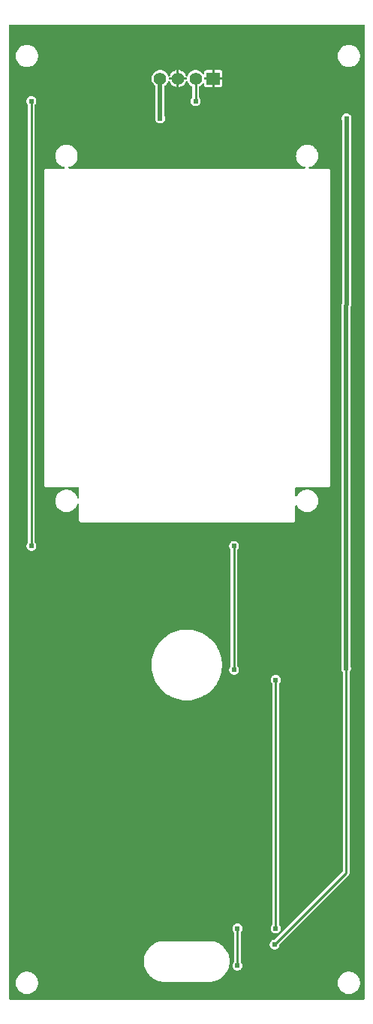
<source format=gbl>
G04 Layer: BottomLayer*
G04 EasyEDA v6.5.29, 2023-07-18 11:35:47*
G04 afcbc65135b8487390061542234f1994,5a6b42c53f6a479593ecc07194224c93,10*
G04 Gerber Generator version 0.2*
G04 Scale: 100 percent, Rotated: No, Reflected: No *
G04 Dimensions in millimeters *
G04 leading zeros omitted , absolute positions ,4 integer and 5 decimal *
%FSLAX45Y45*%
%MOMM*%

%AMMACRO1*21,1,$1,$2,0,0,$3*%
%ADD10C,0.2540*%
%ADD11C,0.5000*%
%ADD12C,1.4000*%
%ADD13MACRO1,1.524X1.4X0.0000*%
%ADD14C,0.6096*%
%ADD15C,0.0126*%

%LPD*%
G36*
X-2930906Y-3622344D02*
G01*
X-2934817Y-3621582D01*
X-2938068Y-3619347D01*
X-2940304Y-3616096D01*
X-2941066Y-3612184D01*
X-2941066Y7364679D01*
X-2940304Y7368590D01*
X-2938068Y7371842D01*
X-2934817Y7374077D01*
X-2930906Y7374839D01*
X1060958Y7374839D01*
X1064869Y7374077D01*
X1068120Y7371842D01*
X1070356Y7368590D01*
X1071067Y7364679D01*
X1071067Y-3612184D01*
X1070356Y-3616096D01*
X1068120Y-3619347D01*
X1064869Y-3621582D01*
X1060958Y-3622344D01*
G37*

%LPC*%
G36*
X-2738374Y6893864D02*
G01*
X-2723184Y6894779D01*
X-2708249Y6897522D01*
X-2693720Y6902043D01*
X-2679852Y6908292D01*
X-2666847Y6916166D01*
X-2654909Y6925513D01*
X-2644140Y6936282D01*
X-2634792Y6948220D01*
X-2626918Y6961225D01*
X-2620670Y6975094D01*
X-2616149Y6989622D01*
X-2613406Y7004558D01*
X-2612491Y7019747D01*
X-2613406Y7034936D01*
X-2616149Y7049871D01*
X-2620670Y7064400D01*
X-2626918Y7078268D01*
X-2634792Y7091273D01*
X-2644140Y7103211D01*
X-2654909Y7113981D01*
X-2666847Y7123328D01*
X-2679852Y7131202D01*
X-2693720Y7137450D01*
X-2708249Y7141972D01*
X-2723184Y7144715D01*
X-2738374Y7145629D01*
X-2753563Y7144715D01*
X-2768498Y7141972D01*
X-2783027Y7137450D01*
X-2796895Y7131202D01*
X-2809900Y7123328D01*
X-2821838Y7113981D01*
X-2832608Y7103211D01*
X-2841955Y7091273D01*
X-2849829Y7078268D01*
X-2856077Y7064400D01*
X-2860598Y7049871D01*
X-2863342Y7034936D01*
X-2864256Y7019747D01*
X-2863342Y7004558D01*
X-2860598Y6989622D01*
X-2856077Y6975094D01*
X-2849829Y6961225D01*
X-2841955Y6948220D01*
X-2832608Y6936282D01*
X-2821838Y6925513D01*
X-2809900Y6916166D01*
X-2796895Y6908292D01*
X-2783027Y6902043D01*
X-2768498Y6897522D01*
X-2753563Y6894779D01*
G37*
G36*
X-2738374Y-3558235D02*
G01*
X-2723184Y-3557320D01*
X-2708249Y-3554577D01*
X-2693720Y-3550056D01*
X-2679852Y-3543808D01*
X-2666847Y-3535934D01*
X-2654909Y-3526586D01*
X-2644140Y-3515817D01*
X-2634792Y-3503879D01*
X-2626918Y-3490874D01*
X-2620670Y-3477006D01*
X-2616149Y-3462477D01*
X-2613406Y-3447542D01*
X-2612491Y-3432352D01*
X-2613406Y-3417163D01*
X-2616149Y-3402228D01*
X-2620670Y-3387699D01*
X-2626918Y-3373831D01*
X-2634792Y-3360826D01*
X-2644140Y-3348888D01*
X-2654909Y-3338118D01*
X-2666847Y-3328771D01*
X-2679852Y-3320897D01*
X-2693720Y-3314649D01*
X-2708249Y-3310128D01*
X-2723184Y-3307384D01*
X-2738374Y-3306470D01*
X-2753563Y-3307384D01*
X-2768498Y-3310128D01*
X-2783027Y-3314649D01*
X-2796895Y-3320897D01*
X-2809900Y-3328771D01*
X-2821838Y-3338118D01*
X-2832608Y-3348888D01*
X-2841955Y-3360826D01*
X-2849829Y-3373831D01*
X-2856077Y-3387699D01*
X-2860598Y-3402228D01*
X-2863342Y-3417163D01*
X-2864256Y-3432352D01*
X-2863342Y-3447542D01*
X-2860598Y-3462477D01*
X-2856077Y-3477006D01*
X-2849829Y-3490874D01*
X-2841955Y-3503879D01*
X-2832608Y-3515817D01*
X-2821838Y-3526586D01*
X-2809900Y-3535934D01*
X-2796895Y-3543808D01*
X-2783027Y-3550056D01*
X-2768498Y-3554577D01*
X-2753563Y-3557320D01*
G37*
G36*
X-1188770Y-3420160D02*
G01*
X-681177Y-3420160D01*
X-660450Y-3419246D01*
X-640130Y-3416452D01*
X-620064Y-3411880D01*
X-600456Y-3405530D01*
X-581558Y-3397453D01*
X-563473Y-3387699D01*
X-546354Y-3376422D01*
X-530250Y-3363569D01*
X-515366Y-3349396D01*
X-501904Y-3333902D01*
X-489762Y-3317240D01*
X-479247Y-3299612D01*
X-470306Y-3281070D01*
X-463092Y-3261867D01*
X-457606Y-3242056D01*
X-453948Y-3221786D01*
X-452120Y-3201314D01*
X-452120Y-3180791D01*
X-453948Y-3160318D01*
X-457606Y-3140049D01*
X-463092Y-3120237D01*
X-470306Y-3101035D01*
X-479247Y-3082493D01*
X-489762Y-3064865D01*
X-501904Y-3048254D01*
X-515366Y-3032709D01*
X-530250Y-3018536D01*
X-546354Y-3005734D01*
X-563473Y-2994406D01*
X-581558Y-2984652D01*
X-600456Y-2976575D01*
X-620064Y-2970225D01*
X-640130Y-2965704D01*
X-660450Y-2962859D01*
X-681177Y-2961944D01*
X-1188770Y-2961944D01*
X-1209497Y-2962859D01*
X-1229868Y-2965704D01*
X-1249934Y-2970225D01*
X-1269492Y-2976575D01*
X-1288389Y-2984652D01*
X-1306474Y-2994406D01*
X-1323644Y-3005734D01*
X-1339697Y-3018536D01*
X-1354632Y-3032709D01*
X-1368094Y-3048254D01*
X-1380185Y-3064865D01*
X-1390700Y-3082493D01*
X-1399641Y-3101035D01*
X-1406906Y-3120237D01*
X-1412341Y-3140049D01*
X-1415999Y-3160318D01*
X-1417828Y-3180791D01*
X-1417828Y-3201314D01*
X-1415999Y-3221786D01*
X-1412341Y-3242056D01*
X-1406906Y-3261867D01*
X-1399641Y-3281070D01*
X-1390700Y-3299612D01*
X-1380185Y-3317240D01*
X-1368094Y-3333902D01*
X-1354632Y-3349396D01*
X-1339697Y-3363569D01*
X-1323644Y-3376422D01*
X-1306474Y-3387699D01*
X-1288389Y-3397453D01*
X-1269492Y-3405530D01*
X-1249934Y-3411880D01*
X-1229868Y-3416452D01*
X-1209497Y-3419246D01*
G37*
G36*
X-363474Y-3294887D02*
G01*
X-353669Y-3294024D01*
X-344220Y-3291484D01*
X-335330Y-3287369D01*
X-327253Y-3281730D01*
X-320294Y-3274771D01*
X-314706Y-3266744D01*
X-310540Y-3257803D01*
X-308000Y-3248355D01*
X-307136Y-3238550D01*
X-308000Y-3228746D01*
X-310540Y-3219297D01*
X-314706Y-3210407D01*
X-320294Y-3202330D01*
X-321868Y-3200755D01*
X-324104Y-3197453D01*
X-324866Y-3193542D01*
X-324866Y-2864358D01*
X-324104Y-2860446D01*
X-321868Y-2857246D01*
X-320294Y-2855569D01*
X-314706Y-2847543D01*
X-310540Y-2838704D01*
X-308000Y-2829153D01*
X-307136Y-2819349D01*
X-308000Y-2809595D01*
X-310540Y-2800096D01*
X-314706Y-2791206D01*
X-320294Y-2783128D01*
X-327253Y-2776220D01*
X-335330Y-2770581D01*
X-344220Y-2766415D01*
X-353669Y-2763875D01*
X-363474Y-2763012D01*
X-373329Y-2763875D01*
X-382727Y-2766415D01*
X-391668Y-2770581D01*
X-399745Y-2776220D01*
X-406654Y-2783128D01*
X-412292Y-2791206D01*
X-416407Y-2800096D01*
X-418947Y-2809595D01*
X-419811Y-2819349D01*
X-418947Y-2829153D01*
X-416407Y-2838704D01*
X-412292Y-2847543D01*
X-406654Y-2855569D01*
X-405079Y-2857246D01*
X-402844Y-2860446D01*
X-402132Y-2864358D01*
X-402132Y-3193542D01*
X-402844Y-3197453D01*
X-405079Y-3200755D01*
X-406654Y-3202330D01*
X-412292Y-3210407D01*
X-416407Y-3219297D01*
X-418947Y-3228746D01*
X-419811Y-3238550D01*
X-418947Y-3248355D01*
X-416407Y-3257803D01*
X-412292Y-3266744D01*
X-406654Y-3274771D01*
X-399745Y-3281730D01*
X-391668Y-3287369D01*
X-382727Y-3291484D01*
X-373329Y-3294024D01*
G37*
G36*
X55626Y-3056890D02*
G01*
X65430Y-3056026D01*
X74879Y-3053486D01*
X83769Y-3049371D01*
X91846Y-3043732D01*
X98806Y-3036773D01*
X104394Y-3028746D01*
X108559Y-3019806D01*
X111099Y-3010357D01*
X111810Y-3002330D01*
X112674Y-2998927D01*
X114757Y-2996031D01*
X890574Y-2220214D01*
X895654Y-2213965D01*
X899261Y-2207310D01*
X901446Y-2200097D01*
X902258Y-2192070D01*
X902258Y69342D01*
X903020Y73202D01*
X905205Y76454D01*
X906780Y78079D01*
X912418Y86156D01*
X916584Y94996D01*
X919124Y104546D01*
X919987Y114300D01*
X919124Y124104D01*
X916584Y133604D01*
X915466Y135940D01*
X914552Y140208D01*
X914552Y4189780D01*
X915466Y4194048D01*
X917600Y4199890D01*
X918565Y4204208D01*
X919124Y4208627D01*
X919327Y4213250D01*
X919327Y6290513D01*
X920292Y6294831D01*
X921359Y6297168D01*
X923899Y6306616D01*
X924763Y6316421D01*
X923899Y6326225D01*
X921359Y6335674D01*
X917194Y6344615D01*
X911606Y6352641D01*
X904646Y6359601D01*
X896569Y6365240D01*
X887679Y6369304D01*
X878230Y6371894D01*
X868426Y6372707D01*
X858570Y6371894D01*
X849172Y6369304D01*
X840232Y6365240D01*
X832154Y6359601D01*
X825246Y6352641D01*
X819607Y6344615D01*
X815492Y6335674D01*
X812952Y6326225D01*
X812088Y6316421D01*
X812952Y6306616D01*
X815492Y6297168D01*
X816508Y6294831D01*
X817524Y6290513D01*
X817524Y4231538D01*
X816508Y4227220D01*
X814476Y4221429D01*
X813511Y4217060D01*
X812901Y4212691D01*
X812647Y4208018D01*
X812647Y140208D01*
X811784Y135940D01*
X810615Y133604D01*
X808126Y124104D01*
X807212Y114300D01*
X808126Y104546D01*
X810615Y94996D01*
X814832Y86156D01*
X820470Y78079D01*
X822045Y76454D01*
X824230Y73202D01*
X825042Y69342D01*
X825042Y-2172360D01*
X824230Y-2176221D01*
X822045Y-2179523D01*
X60147Y-2941421D01*
X57251Y-2943453D01*
X53848Y-2944368D01*
X45770Y-2945079D01*
X36372Y-2947619D01*
X27432Y-2951734D01*
X19354Y-2957372D01*
X12446Y-2964332D01*
X6807Y-2972358D01*
X2692Y-2981299D01*
X152Y-2990748D01*
X-711Y-3000552D01*
X152Y-3010357D01*
X2692Y-3019806D01*
X6807Y-3028746D01*
X12446Y-3036773D01*
X19354Y-3043732D01*
X27432Y-3049371D01*
X36372Y-3053486D01*
X45770Y-3056026D01*
G37*
G36*
X68326Y-2875788D02*
G01*
X78130Y-2874924D01*
X87579Y-2872384D01*
X96469Y-2868269D01*
X104546Y-2862630D01*
X111506Y-2855671D01*
X117094Y-2847644D01*
X121259Y-2838704D01*
X123799Y-2829255D01*
X124663Y-2819450D01*
X123799Y-2809646D01*
X121259Y-2800197D01*
X117094Y-2791307D01*
X111506Y-2783230D01*
X109931Y-2781655D01*
X107696Y-2778353D01*
X106933Y-2774442D01*
X106933Y-61061D01*
X107696Y-57150D01*
X109931Y-53848D01*
X111506Y-52273D01*
X117094Y-44246D01*
X121259Y-35306D01*
X123799Y-25857D01*
X124663Y-16052D01*
X123799Y-6248D01*
X121259Y3200D01*
X117094Y12141D01*
X111506Y20167D01*
X104546Y27127D01*
X96469Y32766D01*
X87579Y36880D01*
X78130Y39420D01*
X68326Y40284D01*
X58470Y39420D01*
X49072Y36880D01*
X40132Y32766D01*
X32054Y27127D01*
X25146Y20167D01*
X19507Y12141D01*
X15392Y3200D01*
X12852Y-6248D01*
X11988Y-16052D01*
X12852Y-25857D01*
X15392Y-35306D01*
X19507Y-44246D01*
X25146Y-52273D01*
X26720Y-53848D01*
X28956Y-57150D01*
X29667Y-61061D01*
X29667Y-2774442D01*
X28956Y-2778353D01*
X26720Y-2781655D01*
X25146Y-2783230D01*
X19507Y-2791307D01*
X15392Y-2800197D01*
X12852Y-2809646D01*
X11988Y-2819450D01*
X12852Y-2829255D01*
X15392Y-2838704D01*
X19507Y-2847644D01*
X25146Y-2855671D01*
X32054Y-2862630D01*
X40132Y-2868269D01*
X49072Y-2872384D01*
X58470Y-2874924D01*
G37*
G36*
X-948842Y-246024D02*
G01*
X-921054Y-246024D01*
X-893267Y-244094D01*
X-865784Y-240233D01*
X-838504Y-234442D01*
X-811784Y-226771D01*
X-785622Y-217220D01*
X-760222Y-205943D01*
X-735634Y-192887D01*
X-712063Y-178104D01*
X-689559Y-161747D01*
X-668223Y-143865D01*
X-648208Y-124561D01*
X-629615Y-103885D01*
X-612444Y-81940D01*
X-596900Y-58877D01*
X-582980Y-34798D01*
X-570788Y-9804D01*
X-560425Y16002D01*
X-551789Y42468D01*
X-545033Y69443D01*
X-540207Y96875D01*
X-537311Y124510D01*
X-536346Y152349D01*
X-537311Y180136D01*
X-540207Y207822D01*
X-545033Y235204D01*
X-551789Y262178D01*
X-560425Y288645D01*
X-570788Y314452D01*
X-582980Y339445D01*
X-596900Y363575D01*
X-612444Y386638D01*
X-629615Y408533D01*
X-648208Y429209D01*
X-668223Y448564D01*
X-689559Y466445D01*
X-712063Y482803D01*
X-735634Y497484D01*
X-760222Y510590D01*
X-785622Y521919D01*
X-811784Y531418D01*
X-838504Y539089D01*
X-865784Y544880D01*
X-893267Y548741D01*
X-921054Y550672D01*
X-948842Y550672D01*
X-976680Y548741D01*
X-1004163Y544880D01*
X-1031392Y539089D01*
X-1058113Y531418D01*
X-1084275Y521919D01*
X-1109675Y510590D01*
X-1134262Y497484D01*
X-1157884Y482803D01*
X-1180338Y466445D01*
X-1201674Y448564D01*
X-1221689Y429209D01*
X-1240332Y408533D01*
X-1257452Y386638D01*
X-1272997Y363575D01*
X-1286865Y339445D01*
X-1299057Y314452D01*
X-1309522Y288645D01*
X-1318107Y262178D01*
X-1324813Y235204D01*
X-1329639Y207822D01*
X-1332636Y180136D01*
X-1333550Y152349D01*
X-1332636Y124510D01*
X-1329639Y96875D01*
X-1324813Y69443D01*
X-1318107Y42468D01*
X-1309522Y16002D01*
X-1299057Y-9804D01*
X-1286865Y-34798D01*
X-1272997Y-58877D01*
X-1257452Y-81940D01*
X-1240332Y-103885D01*
X-1221689Y-124561D01*
X-1201674Y-143865D01*
X-1180338Y-161747D01*
X-1157884Y-178104D01*
X-1134262Y-192887D01*
X-1109675Y-205943D01*
X-1084275Y-217220D01*
X-1058113Y-226771D01*
X-1031392Y-234442D01*
X-1004163Y-240233D01*
X-976680Y-244094D01*
G37*
G36*
X-401574Y41910D02*
G01*
X-391769Y42722D01*
X-382320Y45313D01*
X-373430Y49428D01*
X-365353Y55067D01*
X-358394Y62026D01*
X-352806Y70053D01*
X-348640Y78994D01*
X-346100Y88442D01*
X-345236Y98247D01*
X-346100Y108051D01*
X-348640Y117500D01*
X-352806Y126441D01*
X-358394Y134467D01*
X-359968Y136042D01*
X-362204Y139344D01*
X-362966Y143256D01*
X-362966Y1450238D01*
X-362204Y1454150D01*
X-359968Y1457452D01*
X-358394Y1459026D01*
X-352806Y1467053D01*
X-348640Y1475994D01*
X-346100Y1485442D01*
X-345236Y1495247D01*
X-346100Y1505051D01*
X-348640Y1514500D01*
X-352806Y1523441D01*
X-358394Y1531467D01*
X-365353Y1538427D01*
X-373430Y1544066D01*
X-382320Y1548180D01*
X-391769Y1550720D01*
X-401574Y1551584D01*
X-411429Y1550720D01*
X-420827Y1548180D01*
X-429768Y1544066D01*
X-437845Y1538427D01*
X-444754Y1531467D01*
X-450392Y1523441D01*
X-454507Y1514500D01*
X-457047Y1505051D01*
X-457911Y1495247D01*
X-457047Y1485442D01*
X-454507Y1475994D01*
X-450392Y1467053D01*
X-444754Y1459026D01*
X-443179Y1457452D01*
X-440943Y1454150D01*
X-440232Y1450238D01*
X-440232Y143256D01*
X-440943Y139344D01*
X-443179Y136042D01*
X-444754Y134467D01*
X-450392Y126441D01*
X-454507Y117500D01*
X-457047Y108051D01*
X-457911Y98247D01*
X-457047Y88442D01*
X-454507Y78994D01*
X-450392Y70053D01*
X-444754Y62026D01*
X-437845Y55067D01*
X-429768Y49428D01*
X-420827Y45313D01*
X-411429Y42722D01*
G37*
G36*
X-2687574Y1438910D02*
G01*
X-2677769Y1439722D01*
X-2668320Y1442313D01*
X-2659380Y1446428D01*
X-2651353Y1452067D01*
X-2644394Y1459026D01*
X-2638755Y1467053D01*
X-2634640Y1475994D01*
X-2632100Y1485442D01*
X-2631236Y1495247D01*
X-2632100Y1505051D01*
X-2634640Y1514500D01*
X-2638755Y1523441D01*
X-2644394Y1531467D01*
X-2645968Y1533042D01*
X-2648204Y1536344D01*
X-2648966Y1540256D01*
X-2648966Y6466738D01*
X-2648204Y6470650D01*
X-2645968Y6473952D01*
X-2644394Y6475526D01*
X-2638755Y6483553D01*
X-2634640Y6492494D01*
X-2632100Y6501942D01*
X-2631236Y6511747D01*
X-2632100Y6521551D01*
X-2634640Y6531000D01*
X-2638755Y6539941D01*
X-2644394Y6547967D01*
X-2651353Y6554927D01*
X-2659380Y6560566D01*
X-2668320Y6564680D01*
X-2677769Y6567220D01*
X-2687574Y6568084D01*
X-2697378Y6567220D01*
X-2706827Y6564680D01*
X-2715768Y6560566D01*
X-2723794Y6554927D01*
X-2730754Y6547967D01*
X-2736392Y6539941D01*
X-2740507Y6531000D01*
X-2743047Y6521551D01*
X-2743911Y6511747D01*
X-2743047Y6501942D01*
X-2740507Y6492494D01*
X-2736392Y6483553D01*
X-2730754Y6475526D01*
X-2729179Y6473952D01*
X-2726944Y6470650D01*
X-2726182Y6466738D01*
X-2726182Y1540256D01*
X-2726944Y1536344D01*
X-2729179Y1533042D01*
X-2730754Y1531467D01*
X-2736392Y1523441D01*
X-2740507Y1514500D01*
X-2743047Y1505051D01*
X-2743911Y1495247D01*
X-2743047Y1485442D01*
X-2740507Y1475994D01*
X-2736392Y1467053D01*
X-2730754Y1459026D01*
X-2723794Y1452067D01*
X-2715768Y1446428D01*
X-2706827Y1442313D01*
X-2697378Y1439722D01*
G37*
G36*
X-2123287Y1761439D02*
G01*
X263144Y1761439D01*
X269494Y1762150D01*
X274929Y1764080D01*
X279857Y1767128D01*
X283921Y1771243D01*
X286969Y1776120D01*
X288899Y1781606D01*
X289661Y1787906D01*
X289661Y1948129D01*
X290372Y1951989D01*
X292557Y1955241D01*
X295808Y1957476D01*
X299618Y1958289D01*
X303479Y1957578D01*
X306781Y1955495D01*
X309067Y1952294D01*
X312470Y1944725D01*
X320294Y1931720D01*
X329692Y1919782D01*
X340461Y1909013D01*
X352399Y1899666D01*
X365404Y1891792D01*
X379272Y1885543D01*
X393801Y1881022D01*
X408736Y1878279D01*
X423926Y1877364D01*
X439115Y1878279D01*
X454050Y1881022D01*
X468579Y1885543D01*
X482447Y1891792D01*
X495452Y1899666D01*
X507390Y1909013D01*
X518159Y1919782D01*
X527507Y1931720D01*
X535381Y1944725D01*
X541629Y1958593D01*
X546150Y1973122D01*
X548894Y1988057D01*
X549808Y2003247D01*
X548894Y2018436D01*
X546150Y2033371D01*
X541629Y2047900D01*
X535381Y2061768D01*
X527507Y2074773D01*
X518159Y2086711D01*
X507390Y2097481D01*
X495452Y2106828D01*
X482447Y2114702D01*
X468579Y2120950D01*
X454050Y2125472D01*
X439115Y2128215D01*
X423926Y2129129D01*
X408736Y2128215D01*
X393801Y2125472D01*
X379272Y2120950D01*
X365404Y2114702D01*
X352399Y2106828D01*
X340461Y2097481D01*
X329692Y2086711D01*
X320294Y2074773D01*
X312470Y2061768D01*
X309067Y2054199D01*
X306781Y2050999D01*
X303479Y2048865D01*
X299618Y2048205D01*
X295808Y2049018D01*
X292557Y2051253D01*
X290372Y2054504D01*
X289661Y2058365D01*
X289661Y2144979D01*
X290372Y2148890D01*
X292608Y2152142D01*
X295910Y2154377D01*
X299770Y2155139D01*
X656844Y2155139D01*
X663194Y2155850D01*
X668629Y2157780D01*
X673557Y2160828D01*
X677621Y2164943D01*
X680669Y2169820D01*
X682599Y2175306D01*
X683361Y2181606D01*
X683361Y5723788D01*
X682599Y5730087D01*
X680669Y5735574D01*
X677621Y5740450D01*
X673557Y5744565D01*
X668629Y5747613D01*
X663194Y5749544D01*
X656844Y5750255D01*
X452628Y5750255D01*
X448462Y5751169D01*
X445058Y5753658D01*
X442976Y5757367D01*
X442569Y5761634D01*
X443890Y5765647D01*
X446887Y5768797D01*
X450799Y5770422D01*
X454050Y5770930D01*
X468579Y5775502D01*
X482447Y5781751D01*
X495452Y5789625D01*
X507390Y5799023D01*
X518159Y5809742D01*
X527507Y5821730D01*
X535381Y5834735D01*
X541629Y5848604D01*
X546150Y5863082D01*
X548894Y5878068D01*
X549808Y5893206D01*
X548894Y5908395D01*
X546150Y5923330D01*
X541629Y5937859D01*
X535381Y5951728D01*
X527507Y5964732D01*
X518159Y5976721D01*
X507390Y5987440D01*
X495452Y5996838D01*
X482447Y6004712D01*
X468579Y6010960D01*
X454050Y6015482D01*
X439115Y6018225D01*
X423926Y6019139D01*
X408736Y6018225D01*
X393801Y6015482D01*
X379272Y6010960D01*
X365404Y6004712D01*
X352399Y5996838D01*
X340461Y5987440D01*
X329692Y5976721D01*
X320294Y5964732D01*
X312470Y5951728D01*
X306222Y5937859D01*
X301701Y5923330D01*
X298958Y5908395D01*
X298043Y5893206D01*
X298958Y5878068D01*
X301701Y5863082D01*
X306222Y5848604D01*
X312470Y5834735D01*
X320294Y5821730D01*
X329692Y5809742D01*
X340461Y5799023D01*
X352399Y5789625D01*
X365404Y5781751D01*
X379272Y5775502D01*
X393801Y5770930D01*
X397052Y5770422D01*
X400913Y5768797D01*
X403910Y5765647D01*
X405231Y5761634D01*
X404876Y5757367D01*
X402742Y5753658D01*
X399338Y5751169D01*
X395173Y5750255D01*
X-2262327Y5750255D01*
X-2266543Y5751169D01*
X-2269947Y5753658D01*
X-2272080Y5757367D01*
X-2272436Y5761634D01*
X-2271064Y5765647D01*
X-2268118Y5768797D01*
X-2264257Y5770422D01*
X-2260955Y5770930D01*
X-2246426Y5775502D01*
X-2232558Y5781751D01*
X-2219553Y5789625D01*
X-2207615Y5799023D01*
X-2196846Y5809742D01*
X-2187498Y5821730D01*
X-2179675Y5834735D01*
X-2173376Y5848604D01*
X-2168906Y5863082D01*
X-2166112Y5878068D01*
X-2165197Y5893206D01*
X-2166112Y5908395D01*
X-2168906Y5923330D01*
X-2173376Y5937859D01*
X-2179675Y5951728D01*
X-2187498Y5964732D01*
X-2196846Y5976721D01*
X-2207615Y5987440D01*
X-2219553Y5996838D01*
X-2232558Y6004712D01*
X-2246426Y6010960D01*
X-2260955Y6015482D01*
X-2275941Y6018225D01*
X-2291130Y6019139D01*
X-2306269Y6018225D01*
X-2321204Y6015482D01*
X-2335733Y6010960D01*
X-2349601Y6004712D01*
X-2362606Y5996838D01*
X-2374544Y5987440D01*
X-2385314Y5976721D01*
X-2394661Y5964732D01*
X-2402535Y5951728D01*
X-2408783Y5937859D01*
X-2413304Y5923330D01*
X-2416048Y5908395D01*
X-2416962Y5893206D01*
X-2416048Y5878068D01*
X-2413304Y5863082D01*
X-2408783Y5848604D01*
X-2402535Y5834735D01*
X-2394661Y5821730D01*
X-2385314Y5809742D01*
X-2374544Y5799023D01*
X-2362606Y5789625D01*
X-2349601Y5781751D01*
X-2335733Y5775502D01*
X-2321204Y5770930D01*
X-2317953Y5770422D01*
X-2314041Y5768797D01*
X-2311095Y5765647D01*
X-2309723Y5761634D01*
X-2310130Y5757367D01*
X-2312212Y5753658D01*
X-2315616Y5751169D01*
X-2319832Y5750255D01*
X-2516987Y5750255D01*
X-2523337Y5749544D01*
X-2528773Y5747613D01*
X-2533700Y5744565D01*
X-2537764Y5740450D01*
X-2540863Y5735574D01*
X-2542743Y5730087D01*
X-2543454Y5723788D01*
X-2543454Y2181606D01*
X-2542743Y2175306D01*
X-2540863Y2169820D01*
X-2537764Y2164943D01*
X-2533700Y2160828D01*
X-2528773Y2157780D01*
X-2523337Y2155850D01*
X-2516987Y2155139D01*
X-2159914Y2155139D01*
X-2156053Y2154377D01*
X-2152802Y2152142D01*
X-2150567Y2148890D01*
X-2149754Y2144979D01*
X-2149754Y2038959D01*
X-2150618Y2034946D01*
X-2152954Y2031542D01*
X-2156409Y2029409D01*
X-2160473Y2028799D01*
X-2164486Y2029815D01*
X-2167636Y2032254D01*
X-2169617Y2035911D01*
X-2173376Y2047900D01*
X-2179675Y2061768D01*
X-2187498Y2074773D01*
X-2196846Y2086711D01*
X-2207615Y2097481D01*
X-2219553Y2106828D01*
X-2232558Y2114702D01*
X-2246426Y2120950D01*
X-2260955Y2125472D01*
X-2275941Y2128215D01*
X-2291130Y2129129D01*
X-2306269Y2128215D01*
X-2321204Y2125472D01*
X-2335733Y2120950D01*
X-2349601Y2114702D01*
X-2362606Y2106828D01*
X-2374544Y2097481D01*
X-2385314Y2086711D01*
X-2394661Y2074773D01*
X-2402535Y2061768D01*
X-2408783Y2047900D01*
X-2413304Y2033371D01*
X-2416048Y2018436D01*
X-2416962Y2003247D01*
X-2416048Y1988057D01*
X-2413304Y1973122D01*
X-2408783Y1958593D01*
X-2402535Y1944725D01*
X-2394661Y1931720D01*
X-2385314Y1919782D01*
X-2374544Y1909013D01*
X-2362606Y1899666D01*
X-2349601Y1891792D01*
X-2335733Y1885543D01*
X-2321204Y1881022D01*
X-2306269Y1878279D01*
X-2291130Y1877364D01*
X-2275941Y1878279D01*
X-2260955Y1881022D01*
X-2246426Y1885543D01*
X-2232558Y1891792D01*
X-2219553Y1899666D01*
X-2207615Y1909013D01*
X-2196846Y1919782D01*
X-2187498Y1931720D01*
X-2179675Y1944725D01*
X-2173376Y1958593D01*
X-2169617Y1970582D01*
X-2167636Y1974189D01*
X-2164486Y1976678D01*
X-2160473Y1977694D01*
X-2156409Y1977034D01*
X-2152954Y1974951D01*
X-2150618Y1971548D01*
X-2149754Y1967534D01*
X-2149754Y1787906D01*
X-2149043Y1781606D01*
X-2147163Y1776120D01*
X-2144064Y1771243D01*
X-2140000Y1767128D01*
X-2135073Y1764080D01*
X-2129637Y1762150D01*
G37*
G36*
X893826Y6893864D02*
G01*
X909015Y6894779D01*
X923950Y6897522D01*
X938479Y6902043D01*
X952347Y6908292D01*
X965352Y6916166D01*
X977290Y6925513D01*
X988060Y6936282D01*
X997407Y6948220D01*
X1005281Y6961225D01*
X1011529Y6975094D01*
X1016050Y6989622D01*
X1018794Y7004558D01*
X1019708Y7019747D01*
X1018794Y7034936D01*
X1016050Y7049871D01*
X1011529Y7064400D01*
X1005281Y7078268D01*
X997407Y7091273D01*
X988060Y7103211D01*
X977290Y7113981D01*
X965352Y7123328D01*
X952347Y7131202D01*
X938479Y7137450D01*
X923950Y7141972D01*
X909015Y7144715D01*
X893826Y7145629D01*
X878636Y7144715D01*
X863701Y7141972D01*
X849172Y7137450D01*
X835304Y7131202D01*
X822299Y7123328D01*
X810361Y7113981D01*
X799592Y7103211D01*
X790194Y7091273D01*
X782370Y7078268D01*
X776122Y7064400D01*
X771601Y7049871D01*
X768858Y7034936D01*
X767943Y7019747D01*
X768858Y7004558D01*
X771601Y6989622D01*
X776122Y6975094D01*
X782370Y6961225D01*
X790194Y6948220D01*
X799592Y6936282D01*
X810361Y6925513D01*
X822299Y6916166D01*
X835304Y6908292D01*
X849172Y6902043D01*
X863701Y6897522D01*
X878636Y6894779D01*
G37*
G36*
X-622300Y6778447D02*
G01*
X-532841Y6778447D01*
X-532841Y6835190D01*
X-533654Y6841490D01*
X-535482Y6846976D01*
X-538581Y6851853D01*
X-542645Y6855968D01*
X-547573Y6859016D01*
X-553059Y6860946D01*
X-559409Y6861657D01*
X-622300Y6861657D01*
G37*
G36*
X-622300Y6669836D02*
G01*
X-559409Y6669836D01*
X-553059Y6670548D01*
X-547573Y6672478D01*
X-542645Y6675526D01*
X-538581Y6679641D01*
X-535482Y6684518D01*
X-533654Y6690004D01*
X-532841Y6696303D01*
X-532841Y6753047D01*
X-622300Y6753047D01*
G37*
G36*
X893826Y-3558235D02*
G01*
X909015Y-3557320D01*
X923950Y-3554577D01*
X938479Y-3550056D01*
X952347Y-3543808D01*
X965352Y-3535934D01*
X977290Y-3526586D01*
X988060Y-3515817D01*
X997407Y-3503879D01*
X1005281Y-3490874D01*
X1011529Y-3477006D01*
X1016050Y-3462477D01*
X1018794Y-3447542D01*
X1019708Y-3432352D01*
X1018794Y-3417163D01*
X1016050Y-3402228D01*
X1011529Y-3387699D01*
X1005281Y-3373831D01*
X997407Y-3360826D01*
X988060Y-3348888D01*
X977290Y-3338118D01*
X965352Y-3328771D01*
X952347Y-3320897D01*
X938479Y-3314649D01*
X923950Y-3310128D01*
X909015Y-3307384D01*
X893826Y-3306470D01*
X878636Y-3307384D01*
X863701Y-3310128D01*
X849172Y-3314649D01*
X835304Y-3320897D01*
X822299Y-3328771D01*
X810361Y-3338118D01*
X799592Y-3348888D01*
X790194Y-3360826D01*
X782370Y-3373831D01*
X776122Y-3387699D01*
X771601Y-3402228D01*
X768858Y-3417163D01*
X767943Y-3432352D01*
X768858Y-3447542D01*
X771601Y-3462477D01*
X776122Y-3477006D01*
X782370Y-3490874D01*
X790194Y-3503879D01*
X799592Y-3515817D01*
X810361Y-3526586D01*
X822299Y-3535934D01*
X835304Y-3543808D01*
X849172Y-3550056D01*
X863701Y-3554577D01*
X878636Y-3557320D01*
G37*
G36*
X-834948Y6455410D02*
G01*
X-825195Y6456273D01*
X-815695Y6458813D01*
X-806805Y6462928D01*
X-798779Y6468567D01*
X-791819Y6475526D01*
X-786180Y6483553D01*
X-782015Y6492494D01*
X-779475Y6501942D01*
X-778611Y6511747D01*
X-779475Y6521551D01*
X-782015Y6531000D01*
X-786180Y6539941D01*
X-791819Y6547967D01*
X-793445Y6549542D01*
X-795578Y6552844D01*
X-796391Y6556756D01*
X-796391Y6671564D01*
X-795832Y6674967D01*
X-794105Y6677964D01*
X-791514Y6680250D01*
X-779729Y6687413D01*
X-769518Y6695694D01*
X-760577Y6705244D01*
X-755548Y6712407D01*
X-752398Y6715252D01*
X-748436Y6716623D01*
X-744169Y6716217D01*
X-740460Y6714134D01*
X-737971Y6710680D01*
X-737057Y6706514D01*
X-737057Y6696303D01*
X-736346Y6690004D01*
X-734466Y6684518D01*
X-731418Y6679641D01*
X-727303Y6675526D01*
X-722376Y6672478D01*
X-716940Y6670548D01*
X-710590Y6669836D01*
X-647700Y6669836D01*
X-647700Y6753047D01*
X-729081Y6753047D01*
X-732993Y6753809D01*
X-736295Y6756044D01*
X-738479Y6759295D01*
X-739241Y6763207D01*
X-739241Y6768287D01*
X-738479Y6772198D01*
X-736295Y6775450D01*
X-732993Y6777685D01*
X-729081Y6778447D01*
X-647700Y6778447D01*
X-647700Y6861657D01*
X-710590Y6861657D01*
X-716940Y6860946D01*
X-722376Y6859016D01*
X-727303Y6855968D01*
X-731418Y6851853D01*
X-734466Y6846976D01*
X-736346Y6841490D01*
X-737057Y6835190D01*
X-737057Y6824980D01*
X-737971Y6820814D01*
X-740460Y6817359D01*
X-744169Y6815277D01*
X-748436Y6814870D01*
X-752398Y6816242D01*
X-755548Y6819087D01*
X-760577Y6826250D01*
X-769518Y6835800D01*
X-779729Y6844080D01*
X-790854Y6850888D01*
X-802843Y6856069D01*
X-815441Y6859625D01*
X-828446Y6861403D01*
X-841502Y6861403D01*
X-854557Y6859625D01*
X-867156Y6856069D01*
X-879094Y6850888D01*
X-890269Y6844080D01*
X-900480Y6835800D01*
X-909370Y6826250D01*
X-916889Y6815581D01*
X-922934Y6803948D01*
X-925423Y6796989D01*
X-927557Y6793433D01*
X-930910Y6791045D01*
X-934974Y6790232D01*
X-939037Y6791045D01*
X-942441Y6793433D01*
X-944524Y6796989D01*
X-947013Y6803948D01*
X-953109Y6815581D01*
X-960577Y6826250D01*
X-969518Y6835800D01*
X-979678Y6844080D01*
X-990853Y6850888D01*
X-1002842Y6856069D01*
X-1015441Y6859625D01*
X-1022248Y6860540D01*
X-1022248Y6778447D01*
X-940866Y6778447D01*
X-937006Y6777685D01*
X-933703Y6775450D01*
X-931468Y6772198D01*
X-930757Y6768287D01*
X-930757Y6763207D01*
X-931468Y6759295D01*
X-933703Y6756044D01*
X-937006Y6753809D01*
X-940866Y6753047D01*
X-1022248Y6753047D01*
X-1022248Y6670954D01*
X-1015441Y6671868D01*
X-1002842Y6675374D01*
X-990853Y6680606D01*
X-979678Y6687413D01*
X-969518Y6695694D01*
X-960577Y6705244D01*
X-953109Y6715912D01*
X-947013Y6727545D01*
X-944524Y6734505D01*
X-942441Y6738061D01*
X-939037Y6740448D01*
X-934974Y6741261D01*
X-930910Y6740448D01*
X-927557Y6738061D01*
X-925423Y6734505D01*
X-922934Y6727545D01*
X-916889Y6715912D01*
X-909370Y6705244D01*
X-900480Y6695694D01*
X-890269Y6687413D01*
X-878484Y6680250D01*
X-875842Y6677964D01*
X-874166Y6674967D01*
X-873607Y6671564D01*
X-873607Y6556756D01*
X-874369Y6552844D01*
X-876553Y6549542D01*
X-878128Y6547967D01*
X-883818Y6539941D01*
X-887933Y6531000D01*
X-890473Y6521551D01*
X-891336Y6511747D01*
X-890473Y6501942D01*
X-887933Y6492494D01*
X-883818Y6483553D01*
X-878128Y6475526D01*
X-871219Y6468567D01*
X-863142Y6462928D01*
X-854252Y6458813D01*
X-844803Y6456273D01*
G37*
G36*
X-1234998Y6260084D02*
G01*
X-1225143Y6260947D01*
X-1215694Y6263487D01*
X-1206754Y6267602D01*
X-1198727Y6273241D01*
X-1191768Y6280200D01*
X-1186129Y6288227D01*
X-1182014Y6297168D01*
X-1179474Y6306616D01*
X-1178610Y6316421D01*
X-1179474Y6326225D01*
X-1182014Y6335674D01*
X-1183081Y6338011D01*
X-1184046Y6342329D01*
X-1184046Y6679031D01*
X-1183030Y6683400D01*
X-1180338Y6686956D01*
X-1169568Y6695694D01*
X-1160576Y6705244D01*
X-1153058Y6715912D01*
X-1147013Y6727545D01*
X-1144524Y6734505D01*
X-1142390Y6738061D01*
X-1139037Y6740448D01*
X-1134973Y6741261D01*
X-1130909Y6740448D01*
X-1127607Y6738061D01*
X-1125423Y6734505D01*
X-1122934Y6727545D01*
X-1116888Y6715912D01*
X-1109370Y6705244D01*
X-1100429Y6695694D01*
X-1090269Y6687413D01*
X-1079093Y6680606D01*
X-1067104Y6675374D01*
X-1054506Y6671868D01*
X-1047648Y6670954D01*
X-1047648Y6753047D01*
X-1129080Y6753047D01*
X-1132992Y6753809D01*
X-1136243Y6756044D01*
X-1138478Y6759295D01*
X-1139291Y6763207D01*
X-1139291Y6768287D01*
X-1138478Y6772198D01*
X-1136243Y6775450D01*
X-1132992Y6777685D01*
X-1129080Y6778447D01*
X-1047648Y6778447D01*
X-1047648Y6860540D01*
X-1054506Y6859625D01*
X-1067104Y6856069D01*
X-1079093Y6850888D01*
X-1090269Y6844080D01*
X-1100429Y6835800D01*
X-1109370Y6826250D01*
X-1116888Y6815581D01*
X-1122934Y6803948D01*
X-1125423Y6796989D01*
X-1127607Y6793433D01*
X-1130909Y6791045D01*
X-1134973Y6790232D01*
X-1139037Y6791045D01*
X-1142390Y6793433D01*
X-1144524Y6796989D01*
X-1147013Y6803948D01*
X-1153058Y6815581D01*
X-1160576Y6826250D01*
X-1169568Y6835800D01*
X-1179677Y6844080D01*
X-1190853Y6850888D01*
X-1202842Y6856069D01*
X-1215491Y6859625D01*
X-1228445Y6861403D01*
X-1241501Y6861403D01*
X-1254506Y6859625D01*
X-1267104Y6856069D01*
X-1279093Y6850888D01*
X-1290269Y6844080D01*
X-1300429Y6835800D01*
X-1309370Y6826250D01*
X-1316888Y6815581D01*
X-1322984Y6803948D01*
X-1327302Y6791604D01*
X-1329944Y6778802D01*
X-1330858Y6765747D01*
X-1329944Y6752691D01*
X-1327302Y6739890D01*
X-1322984Y6727545D01*
X-1316888Y6715912D01*
X-1309370Y6705244D01*
X-1300429Y6695694D01*
X-1289659Y6686905D01*
X-1286865Y6683400D01*
X-1285849Y6679031D01*
X-1285849Y6342329D01*
X-1286814Y6338011D01*
X-1287881Y6335674D01*
X-1290421Y6326225D01*
X-1291285Y6316421D01*
X-1290421Y6306616D01*
X-1287881Y6297168D01*
X-1283766Y6288227D01*
X-1278128Y6280200D01*
X-1271168Y6273241D01*
X-1263142Y6267602D01*
X-1254201Y6263487D01*
X-1244752Y6260947D01*
G37*

%LPD*%
D10*
X863600Y114300D02*
G01*
X863600Y-2192578D01*
X55600Y-3000578D01*
D11*
X-1234973Y6765721D02*
G01*
X-1234973Y6316395D01*
X868400Y4213021D02*
G01*
X863600Y4208221D01*
X863600Y114300D01*
X868400Y6316395D02*
G01*
X868400Y4213021D01*
D10*
X-401599Y1495221D02*
G01*
X-401599Y98221D01*
X-2687599Y6511721D02*
G01*
X-2687599Y1495221D01*
X-834999Y6765721D02*
G01*
X-834999Y6511721D01*
X-363499Y-2819397D02*
G01*
X-363499Y-3238573D01*
X68300Y-16078D02*
G01*
X68300Y-2819478D01*
D12*
G01*
X-1234998Y6765721D03*
G01*
X-1034999Y6765721D03*
G01*
X-834999Y6765721D03*
D13*
G01*
X-635000Y6765721D03*
D14*
G01*
X55600Y-3000578D03*
G01*
X-566699Y-246176D03*
G01*
X-1315999Y-246176D03*
G01*
X-1315999Y515823D03*
G01*
X-566699Y515823D03*
G01*
X-249199Y287223D03*
G01*
X-401599Y98221D03*
G01*
X863600Y114300D03*
G01*
X-1234973Y6316395D03*
G01*
X868400Y6316395D03*
G01*
X-401599Y1495221D03*
G01*
X-2687599Y6511721D03*
G01*
X-2687599Y1495221D03*
G01*
X-834999Y6511721D03*
G01*
X-363499Y-3238576D03*
G01*
X68300Y-16078D03*
G01*
X-363499Y-2819400D03*
G01*
X68300Y-2819476D03*
M02*

</source>
